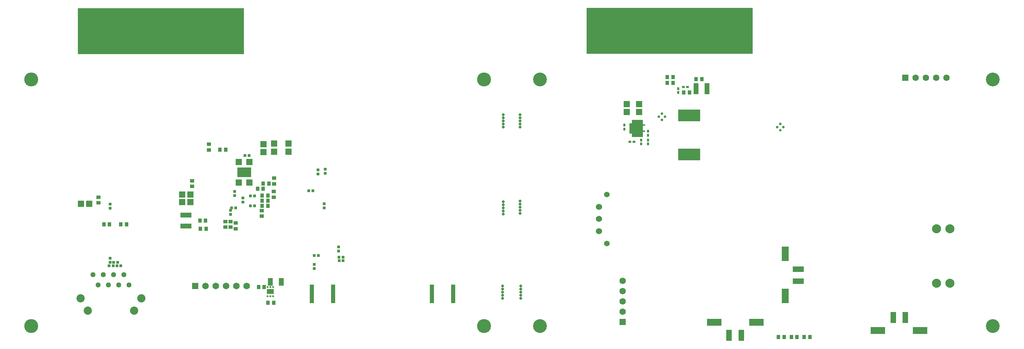
<source format=gbs>
G04*
G04 #@! TF.GenerationSoftware,Altium Limited,Altium Designer,21.5.1 (32)*
G04*
G04 Layer_Color=16711935*
%FSLAX25Y25*%
%MOIN*%
G70*
G04*
G04 #@! TF.SameCoordinates,ABBC0749-13DB-4E68-987F-24248C34E95F*
G04*
G04*
G04 #@! TF.FilePolarity,Negative*
G04*
G01*
G75*
%ADD11R,0.21300X0.11400*%
%ADD102R,0.03937X0.17953*%
%ADD111C,0.08800*%
%ADD113C,0.06000*%
%ADD176R,1.61500X0.44500*%
%ADD196O,0.02762X0.01345*%
%ADD197O,0.01345X0.02762*%
%ADD198R,0.08471X0.08471*%
%ADD202R,0.02762X0.02368*%
%ADD203R,0.02368X0.02762*%
%ADD204R,0.06306X0.05912*%
%ADD213R,0.03550X0.03943*%
%ADD220R,0.30700X0.40400*%
%ADD221R,0.02368X0.40400*%
%ADD222R,0.04731X0.10636*%
%ADD225R,0.02559X0.02953*%
%ADD226R,0.03740X0.04134*%
%ADD231R,0.02953X0.02559*%
%ADD232R,0.04134X0.03740*%
%ADD237R,0.06102X0.06496*%
%ADD238R,0.06496X0.06102*%
%ADD266R,0.30891X0.40591*%
%ADD267R,0.02559X0.40591*%
%ADD269R,0.10827X0.04921*%
%ADD270C,0.02800*%
%ADD271C,0.05400*%
%ADD272C,0.13400*%
%ADD273C,0.06306*%
%ADD274R,0.06306X0.06306*%
%ADD275R,0.06306X0.06306*%
%ADD276C,0.06496*%
%ADD277R,0.06496X0.06496*%
%ADD278C,0.07991*%
%ADD279C,0.05091*%
%ADD280C,0.13591*%
%ADD281R,0.04500X0.10000*%
%ADD282R,0.10500X0.17000*%
%ADD283R,0.01000X0.01500*%
%ADD284R,0.13983X0.07093*%
%ADD285R,0.05518X0.10636*%
%ADD286R,0.07093X0.13983*%
%ADD287R,0.10636X0.05518*%
%ADD288R,0.06102X0.06102*%
%ADD289R,0.13583X0.09252*%
%ADD290O,0.01772X0.01968*%
%ADD291R,0.06890X0.04528*%
%ADD292R,0.04921X0.07284*%
G36*
X731101Y325763D02*
X731493Y325502D01*
X731754Y325110D01*
X731846Y324648D01*
X731754Y324186D01*
X731493Y323794D01*
X731101Y323532D01*
X730639Y323440D01*
X730177Y323532D01*
X729785Y323794D01*
X729523Y324186D01*
X729431Y324648D01*
X729523Y325110D01*
X729785Y325502D01*
X730177Y325763D01*
X730639Y325855D01*
X731101Y325763D01*
D02*
G37*
G36*
X734152Y322712D02*
X734544Y322450D01*
X734806Y322059D01*
X734898Y321597D01*
X734806Y321134D01*
X734544Y320743D01*
X734152Y320481D01*
X733690Y320389D01*
X733228Y320481D01*
X732836Y320743D01*
X732575Y321134D01*
X732483Y321597D01*
X732575Y322059D01*
X732836Y322450D01*
X733228Y322712D01*
X733690Y322804D01*
X734152Y322712D01*
D02*
G37*
G36*
X728050D02*
X728442Y322450D01*
X728703Y322059D01*
X728795Y321597D01*
X728703Y321134D01*
X728442Y320743D01*
X728050Y320481D01*
X727588Y320389D01*
X727126Y320481D01*
X726734Y320743D01*
X726472Y321134D01*
X726380Y321597D01*
X726472Y322059D01*
X726734Y322450D01*
X727126Y322712D01*
X727588Y322804D01*
X728050Y322712D01*
D02*
G37*
G36*
X731101Y319661D02*
X731493Y319399D01*
X731754Y319007D01*
X731846Y318545D01*
X731754Y318083D01*
X731493Y317692D01*
X731101Y317430D01*
X730639Y317338D01*
X730177Y317430D01*
X729785Y317692D01*
X729523Y318083D01*
X729431Y318545D01*
X729523Y319007D01*
X729785Y319399D01*
X730177Y319661D01*
X730639Y319753D01*
X731101Y319661D01*
D02*
G37*
G36*
X846160Y315720D02*
X846552Y315459D01*
X846814Y315067D01*
X846906Y314605D01*
X846814Y314143D01*
X846552Y313751D01*
X846160Y313489D01*
X845698Y313397D01*
X845236Y313489D01*
X844845Y313751D01*
X844583Y314143D01*
X844491Y314605D01*
X844583Y315067D01*
X844845Y315459D01*
X845236Y315720D01*
X845698Y315812D01*
X846160Y315720D01*
D02*
G37*
G36*
X707093Y314763D02*
X707485Y314502D01*
X707747Y314110D01*
X707839Y313648D01*
X707747Y313186D01*
X707485Y312794D01*
X707093Y312532D01*
X706631Y312440D01*
X706169Y312532D01*
X705777Y312794D01*
X705516Y313186D01*
X705424Y313648D01*
X705516Y314110D01*
X705777Y314502D01*
X706169Y314763D01*
X706631Y314855D01*
X707093Y314763D01*
D02*
G37*
G36*
X849212Y312669D02*
X849603Y312407D01*
X849865Y312016D01*
X849957Y311554D01*
X849865Y311092D01*
X849603Y310700D01*
X849212Y310438D01*
X848750Y310346D01*
X848287Y310438D01*
X847896Y310700D01*
X847634Y311092D01*
X847542Y311554D01*
X847634Y312016D01*
X847896Y312407D01*
X848287Y312669D01*
X848750Y312761D01*
X849212Y312669D01*
D02*
G37*
G36*
X843109D02*
X843501Y312407D01*
X843763Y312016D01*
X843855Y311554D01*
X843763Y311092D01*
X843501Y310700D01*
X843109Y310438D01*
X842647Y310346D01*
X842185Y310438D01*
X841793Y310700D01*
X841532Y311092D01*
X841440Y311554D01*
X841532Y312016D01*
X841793Y312407D01*
X842185Y312669D01*
X842647Y312761D01*
X843109Y312669D01*
D02*
G37*
G36*
X710144Y311712D02*
X710536Y311450D01*
X710798Y311059D01*
X710890Y310597D01*
X710798Y310135D01*
X710536Y309743D01*
X710144Y309481D01*
X709682Y309389D01*
X709220Y309481D01*
X708828Y309743D01*
X708567Y310135D01*
X708475Y310597D01*
X708567Y311059D01*
X708828Y311450D01*
X709220Y311712D01*
X709682Y311804D01*
X710144Y311712D01*
D02*
G37*
G36*
X704042D02*
X704434Y311450D01*
X704696Y311059D01*
X704787Y310597D01*
X704696Y310135D01*
X704434Y309743D01*
X704042Y309481D01*
X703580Y309389D01*
X703118Y309481D01*
X702726Y309743D01*
X702464Y310135D01*
X702373Y310597D01*
X702464Y311059D01*
X702726Y311450D01*
X703118Y311712D01*
X703580Y311804D01*
X704042Y311712D01*
D02*
G37*
G36*
X846160Y309618D02*
X846552Y309356D01*
X846814Y308964D01*
X846906Y308502D01*
X846814Y308040D01*
X846552Y307649D01*
X846160Y307387D01*
X845698Y307295D01*
X845236Y307387D01*
X844845Y307649D01*
X844583Y308040D01*
X844491Y308502D01*
X844583Y308964D01*
X844845Y309356D01*
X845236Y309618D01*
X845698Y309710D01*
X846160Y309618D01*
D02*
G37*
G36*
X707093Y308661D02*
X707485Y308399D01*
X707747Y308008D01*
X707839Y307545D01*
X707747Y307083D01*
X707485Y306692D01*
X707093Y306430D01*
X706631Y306338D01*
X706169Y306430D01*
X705777Y306692D01*
X705516Y307083D01*
X705424Y307545D01*
X705516Y308008D01*
X705777Y308399D01*
X706169Y308661D01*
X706631Y308753D01*
X707093Y308661D01*
D02*
G37*
D11*
X757183Y284722D02*
D03*
Y322922D02*
D03*
D102*
X507315Y149177D02*
D03*
X527945D02*
D03*
X390631D02*
D03*
X411260D02*
D03*
D111*
X1010635Y159550D02*
D03*
X997635D02*
D03*
X1010635Y212550D02*
D03*
X997635D02*
D03*
D113*
X669635Y210250D02*
D03*
Y222050D02*
D03*
Y233850D02*
D03*
D176*
X738135Y405050D02*
D03*
X243946Y405000D02*
D03*
D196*
X700135Y313550D02*
D03*
X713127D02*
D03*
Y307644D02*
D03*
X700135D02*
D03*
D197*
X702694Y317093D02*
D03*
X704663D02*
D03*
X706631D02*
D03*
X708600D02*
D03*
X710568D02*
D03*
Y304100D02*
D03*
X708600D02*
D03*
X706631D02*
D03*
X704663D02*
D03*
X702694D02*
D03*
D198*
X706631Y310597D02*
D03*
D202*
X751666Y350550D02*
D03*
X755604D02*
D03*
X703604Y297050D02*
D03*
X699667D02*
D03*
D203*
X746635Y345081D02*
D03*
Y349018D02*
D03*
X717135Y307518D02*
D03*
Y303581D02*
D03*
X694135Y313518D02*
D03*
Y309581D02*
D03*
X717135Y299018D02*
D03*
Y295081D02*
D03*
X710635Y299018D02*
D03*
Y295081D02*
D03*
D204*
X708635Y333987D02*
D03*
Y326113D02*
D03*
X696635Y333987D02*
D03*
Y326113D02*
D03*
D213*
X843879Y107050D02*
D03*
X849391D02*
D03*
X868879D02*
D03*
X874391D02*
D03*
X856379D02*
D03*
X861891D02*
D03*
X741391Y360050D02*
D03*
X735879D02*
D03*
X741391Y354550D02*
D03*
X735879D02*
D03*
X757455Y345250D02*
D03*
X751943D02*
D03*
X763879Y358050D02*
D03*
X769391D02*
D03*
D220*
X724035Y403325D02*
D03*
X676735D02*
D03*
D221*
X814935D02*
D03*
X811785D02*
D03*
X808635D02*
D03*
X805485D02*
D03*
X802335D02*
D03*
X799185D02*
D03*
X796035D02*
D03*
X792885D02*
D03*
X786585D02*
D03*
X789735D02*
D03*
X783435D02*
D03*
X780285D02*
D03*
X777135D02*
D03*
X773985D02*
D03*
X770835D02*
D03*
X767685D02*
D03*
X764535D02*
D03*
X758235D02*
D03*
X755085D02*
D03*
X761385D02*
D03*
D222*
X774514Y348750D02*
D03*
X763884D02*
D03*
D225*
X194630Y236469D02*
D03*
Y232531D02*
D03*
X323446Y238531D02*
D03*
Y242469D02*
D03*
X311445Y230469D02*
D03*
Y226532D02*
D03*
X315445Y245031D02*
D03*
Y248969D02*
D03*
X194446Y183968D02*
D03*
Y180032D02*
D03*
X396445Y266032D02*
D03*
Y269969D02*
D03*
X403445Y266531D02*
D03*
Y270468D02*
D03*
X402446Y233032D02*
D03*
Y236968D02*
D03*
X392946Y174031D02*
D03*
Y177969D02*
D03*
X416445Y194968D02*
D03*
Y191032D02*
D03*
D226*
X210386Y217000D02*
D03*
X204874D02*
D03*
X188374Y217000D02*
D03*
X193886D02*
D03*
X287701Y212500D02*
D03*
X282190D02*
D03*
X287201Y220500D02*
D03*
X281690D02*
D03*
X342190Y235000D02*
D03*
X347701D02*
D03*
X342190Y245000D02*
D03*
X347701D02*
D03*
X342190Y240000D02*
D03*
X347701D02*
D03*
X337690Y251500D02*
D03*
X343201D02*
D03*
X343190Y256500D02*
D03*
X348701D02*
D03*
X306701Y289500D02*
D03*
X301190D02*
D03*
X347874Y140500D02*
D03*
X353386D02*
D03*
X344201Y156000D02*
D03*
X338690D02*
D03*
D231*
X325661Y284000D02*
D03*
X329598D02*
D03*
X204945Y176500D02*
D03*
X201008D02*
D03*
X193477Y176500D02*
D03*
X197414D02*
D03*
X330977Y244500D02*
D03*
X334914D02*
D03*
X312477Y233000D02*
D03*
X316414D02*
D03*
X330977Y235000D02*
D03*
X334914D02*
D03*
X201914Y180000D02*
D03*
X197977D02*
D03*
X391414Y249500D02*
D03*
X387477D02*
D03*
X420946Y181500D02*
D03*
X417008D02*
D03*
X420914Y185000D02*
D03*
X416977D02*
D03*
X392977Y186500D02*
D03*
X396914D02*
D03*
D232*
X183130Y237744D02*
D03*
Y243256D02*
D03*
X353945Y261756D02*
D03*
Y256244D02*
D03*
X341946Y230256D02*
D03*
Y224744D02*
D03*
X353446Y248756D02*
D03*
Y243244D02*
D03*
X316445Y218075D02*
D03*
Y212563D02*
D03*
X306446Y219575D02*
D03*
Y214063D02*
D03*
X274130Y259256D02*
D03*
Y253744D02*
D03*
X311445Y219575D02*
D03*
Y214063D02*
D03*
X290445Y289244D02*
D03*
Y294756D02*
D03*
D237*
X174067Y237000D02*
D03*
X166193D02*
D03*
X272382Y238500D02*
D03*
X264508D02*
D03*
X272382Y246000D02*
D03*
X264508D02*
D03*
D238*
X367946Y287563D02*
D03*
Y295437D02*
D03*
X343445Y287063D02*
D03*
Y294937D02*
D03*
X353945Y287563D02*
D03*
Y295437D02*
D03*
D266*
X229845Y403275D02*
D03*
X182545D02*
D03*
D267*
X320745D02*
D03*
X317596D02*
D03*
X314445D02*
D03*
X311296D02*
D03*
X308145D02*
D03*
X304995D02*
D03*
X301846D02*
D03*
X298695D02*
D03*
X292395D02*
D03*
X295546D02*
D03*
X289246D02*
D03*
X286095D02*
D03*
X282945D02*
D03*
X279796D02*
D03*
X276645D02*
D03*
X273496D02*
D03*
X270345D02*
D03*
X264046D02*
D03*
X260895D02*
D03*
X267196D02*
D03*
D269*
X268130Y215185D02*
D03*
Y225815D02*
D03*
D270*
X576500Y311500D02*
D03*
Y314500D02*
D03*
Y317500D02*
D03*
Y320500D02*
D03*
Y323500D02*
D03*
X593000Y311500D02*
D03*
Y314500D02*
D03*
Y317500D02*
D03*
Y320500D02*
D03*
Y323500D02*
D03*
X576500Y227000D02*
D03*
Y230000D02*
D03*
Y233000D02*
D03*
Y236000D02*
D03*
Y239000D02*
D03*
X593000Y227500D02*
D03*
Y230500D02*
D03*
Y233500D02*
D03*
Y236500D02*
D03*
Y239500D02*
D03*
X593500Y145000D02*
D03*
Y148000D02*
D03*
Y151000D02*
D03*
Y154000D02*
D03*
Y157000D02*
D03*
X576000D02*
D03*
Y154000D02*
D03*
Y151000D02*
D03*
Y148000D02*
D03*
Y145000D02*
D03*
D271*
X677335Y198150D02*
D03*
Y245950D02*
D03*
D272*
X1052185Y358000D02*
D03*
Y118000D02*
D03*
X612185D02*
D03*
Y358000D02*
D03*
D273*
X1007179Y359637D02*
D03*
X997179D02*
D03*
X987179D02*
D03*
X977179D02*
D03*
X692435Y161960D02*
D03*
Y151960D02*
D03*
Y141960D02*
D03*
Y131959D02*
D03*
D274*
X967179Y359637D02*
D03*
D275*
X692435Y121959D02*
D03*
D276*
X327130Y157000D02*
D03*
X317130D02*
D03*
X307130D02*
D03*
X297130D02*
D03*
X287130D02*
D03*
D277*
X277130D02*
D03*
D278*
X224945Y145000D02*
D03*
X165945D02*
D03*
X217946Y133000D02*
D03*
X172945D02*
D03*
D279*
X207945Y168000D02*
D03*
X212946Y158000D02*
D03*
X202945D02*
D03*
X197945Y168000D02*
D03*
X192946Y158000D02*
D03*
X187945Y168000D02*
D03*
X182946Y158000D02*
D03*
X177945Y168000D02*
D03*
D280*
X557996Y357950D02*
D03*
Y117950D02*
D03*
X117996D02*
D03*
Y357950D02*
D03*
D281*
X701385Y310050D02*
D03*
D282*
X706885D02*
D03*
D283*
X349945Y150750D02*
D03*
X347945D02*
D03*
X349945Y153250D02*
D03*
X347945D02*
D03*
D284*
X940513Y113451D02*
D03*
X981497D02*
D03*
X822619Y121550D02*
D03*
X781635D02*
D03*
D285*
X955375Y126050D02*
D03*
X967186D02*
D03*
X807757Y108951D02*
D03*
X795946D02*
D03*
D286*
X850537Y188223D02*
D03*
Y147239D02*
D03*
D287*
X863135Y173361D02*
D03*
Y161550D02*
D03*
D288*
X329830Y277500D02*
D03*
X319630D02*
D03*
Y257500D02*
D03*
X329830D02*
D03*
D289*
X324730Y267500D02*
D03*
D290*
X347571Y156000D02*
D03*
X350130D02*
D03*
X352689D02*
D03*
Y146748D02*
D03*
X350130D02*
D03*
X347571D02*
D03*
D291*
X350130Y151374D02*
D03*
D292*
X360760Y161000D02*
D03*
X350131D02*
D03*
M02*

</source>
